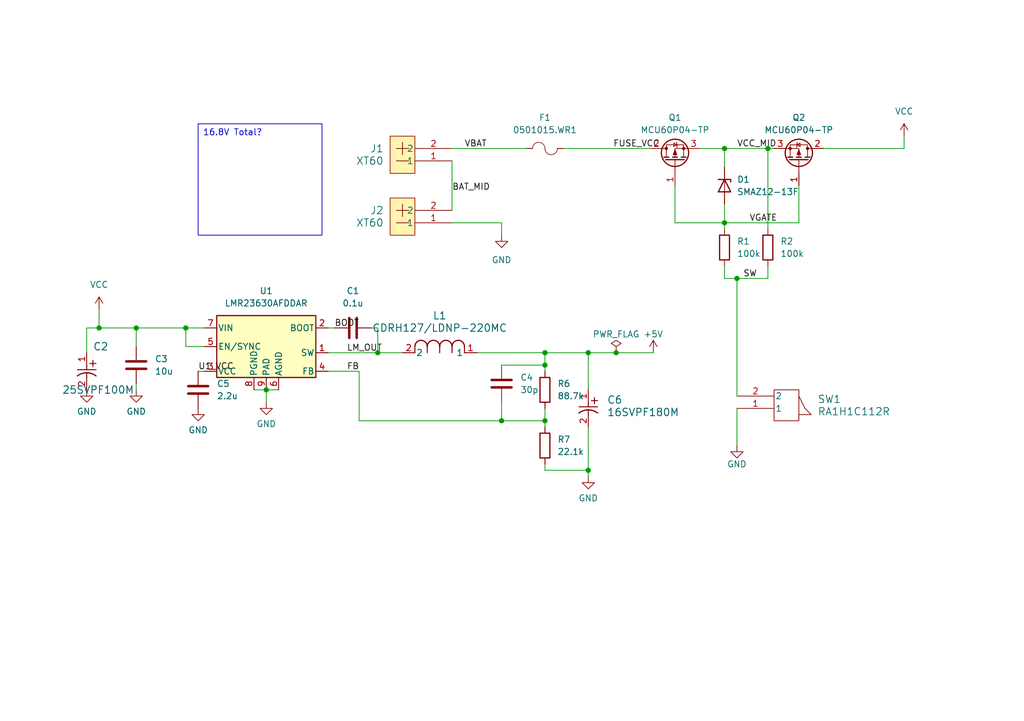
<source format=kicad_sch>
(kicad_sch (version 20230121) (generator eeschema)
  (paper "A5")
  (lib_symbols
    (symbol "power:+5V" (power) (pin_names (offset 0))
      (property "Value" "+5V" (at 0 3.556 0))
      (symbol "+5V_0_1"
        (polyline (pts (xy -0.762 1.27) (xy 0 2.54)))
        (polyline (pts (xy 0 0) (xy 0 2.54)))
        (polyline (pts (xy 0 2.54) (xy 0.762 1.27)))
      )
      (symbol "+5V_1_1"
        (pin power_in line (at 0 0 90) (length 0) hide (name "+5V") (number "1"))
      )
    )
    (symbol "power:GND" (power) (pin_names (offset 0))
      (property "Value" "GND" (at 0 -3.81 0))
      (symbol "GND_0_1"
        (polyline (pts (xy 0 0) (xy 0 -1.27) (xy 1.27 -1.27) (xy 0 -2.54) (xy -1.27 -1.27) (xy 0 -1.27)))
      )
      (symbol "GND_1_1"
        (pin power_in line (at 0 0 270) (length 0) hide (name "GND") (number "1"))
      )
    )
    (symbol "power:PWR_FLAG" (power) (pin_numbers hide) (pin_names (offset 0) hide)
      (property "Value" "PWR_FLAG" (at 0 3.81 0))
      (symbol "PWR_FLAG_0_0"
        (pin power_out line (at 0 0 90) (length 0) (name "pwr") (number "1"))
      )
      (symbol "PWR_FLAG_0_1"
        (polyline (pts (xy 0 0) (xy 0 1.27) (xy -1.016 1.905) (xy 0 2.54) (xy 1.016 1.905) (xy 0 1.27)))
      )
    )
    (symbol "power:VCC" (power) (pin_names (offset 0))
      (property "Value" "VCC" (at 0 3.81 0))
      (symbol "VCC_0_1"
        (polyline (pts (xy -0.762 1.27) (xy 0 2.54)))
        (polyline (pts (xy 0 0) (xy 0 2.54)))
        (polyline (pts (xy 0 2.54) (xy 0.762 1.27)))
      )
      (symbol "VCC_1_1"
        (pin power_in line (at 0 0 90) (length 0) hide (name "VCC") (number "1"))
      )
    )
    (symbol "thebots_symlib:16SVPF180M" (pin_names (offset 0.254))
      (property "Reference" "C" (at 15.24 -7.62 90))
      (property "Value" "16SVPF180M" (at 17.78 -7.62 90))
      (symbol "16SVPF180M_1_1"
        (polyline (pts (xy 1.5748 1.27) (xy 2.8448 1.27)) (stroke (width 0.2032)))
        (polyline (pts (xy 2.2098 0.635) (xy 2.2098 1.905)) (stroke (width 0.2032)))
        (polyline (pts (xy 2.54 0) (xy 3.4798 0)) (stroke (width 0.2032)))
        (polyline (pts (xy 3.4798 -1.905) (xy 3.4798 1.905)) (stroke (width 0.2032)))
        (polyline (pts (xy 4.1148 0) (xy 5.08 0)) (stroke (width 0.2032)))
        (arc (start 4.7541 1.9108) (mid 4.1148 0) (end 4.7541 -1.9108) (stroke (width 0.254)))
        (pin unspecified line (at 0 0 0) (length 2.54) (name "") (number "1"))
        (pin unspecified line (at 7.62 0 180) (length 2.54) (name "") (number "2"))
      )
      (symbol "16SVPF180M_1_2"
        (polyline (pts (xy -1.905 -3.4798) (xy 1.905 -3.4798)) (stroke (width 0.2032)))
        (polyline (pts (xy 0 -4.1148) (xy 0 -5.08)) (stroke (width 0.2032)))
        (polyline (pts (xy 0 -2.54) (xy 0 -3.4798)) (stroke (width 0.2032)))
        (polyline (pts (xy 0.635 -2.2098) (xy 1.905 -2.2098)) (stroke (width 0.2032)))
        (polyline (pts (xy 1.27 -1.5748) (xy 1.27 -2.8448)) (stroke (width 0.2032)))
        (arc (start 1.9108 -4.7541) (mid 0 -4.1148) (end -1.9108 -4.7541) (stroke (width 0.254)))
        (pin unspecified line (at 0 -7.62 90) (length 2.54) (name "") (number "1"))
        (pin unspecified line (at 0 0 270) (length 2.54) (name "") (number "2"))
      )
    )
    (symbol "thebots_symlib:25SVPF100M" (pin_names (offset 0.254))
      (property "Reference" "C" (at 15.875 -3.81 90))
      (property "Value" "25SVPF100M" (at 18.415 -4.445 90))
      (symbol "25SVPF100M_1_1"
        (polyline (pts (xy 1.5748 1.27) (xy 2.8448 1.27)) (stroke (width 0.2032)))
        (polyline (pts (xy 2.2098 0.635) (xy 2.2098 1.905)) (stroke (width 0.2032)))
        (polyline (pts (xy 2.54 0) (xy 3.4798 0)) (stroke (width 0.2032)))
        (polyline (pts (xy 3.4798 -1.905) (xy 3.4798 1.905)) (stroke (width 0.2032)))
        (polyline (pts (xy 4.1148 0) (xy 5.08 0)) (stroke (width 0.2032)))
        (arc (start 4.7541 1.9108) (mid 4.1148 0) (end 4.7541 -1.9108) (stroke (width 0.254)))
        (pin unspecified line (at 0 0 0) (length 2.54) (name "") (number "1"))
        (pin unspecified line (at 7.62 0 180) (length 2.54) (name "") (number "2"))
      )
      (symbol "25SVPF100M_1_2"
        (polyline (pts (xy -1.905 -3.4798) (xy 1.905 -3.4798)) (stroke (width 0.2032)))
        (polyline (pts (xy 0 -4.1148) (xy 0 -5.08)) (stroke (width 0.2032)))
        (polyline (pts (xy 0 -2.54) (xy 0 -3.4798)) (stroke (width 0.2032)))
        (polyline (pts (xy 0.635 -2.2098) (xy 1.905 -2.2098)) (stroke (width 0.2032)))
        (polyline (pts (xy 1.27 -1.5748) (xy 1.27 -2.8448)) (stroke (width 0.2032)))
        (arc (start 1.9108 -4.7541) (mid 0 -4.1148) (end -1.9108 -4.7541) (stroke (width 0.254)))
        (pin unspecified line (at 0 -7.62 90) (length 2.54) (name "") (number "1"))
        (pin unspecified line (at 0 0 270) (length 2.54) (name "") (number "2"))
      )
    )
    (symbol "thebots_symlib:CDRH127/LDNP-220MC" (pin_names (offset 0.254))
      (property "Reference" "L" (at 6.35 8.89 0))
      (property "Value" "CDRH127/LDNP-270MC" (at 6.985 6.35 0))
      (symbol "CDRH127/LDNP-220MC_1_1"
        (polyline (pts (xy 2.54 0) (xy 2.54 1.27)) (stroke (width 0.2032)))
        (polyline (pts (xy 5.08 0) (xy 5.08 1.27)) (stroke (width 0.2032)))
        (polyline (pts (xy 7.62 0) (xy 7.62 1.27)) (stroke (width 0.2032)))
        (polyline (pts (xy 10.16 0) (xy 10.16 1.27)) (stroke (width 0.2032)))
        (polyline (pts (xy 12.7 0) (xy 12.7 1.27)) (stroke (width 0.2032)))
        (arc (start 5.08 1.27) (mid 3.81 2.5345) (end 2.54 1.27) (stroke (width 0.254)))
        (arc (start 7.62 1.27) (mid 6.35 2.5345) (end 5.08 1.27) (stroke (width 0.254)))
        (arc (start 10.16 1.27) (mid 8.89 2.5345) (end 7.62 1.27) (stroke (width 0.254)))
        (arc (start 12.7 1.27) (mid 11.43 2.5345) (end 10.16 1.27) (stroke (width 0.254)))
        (pin unspecified line (at 15.24 0 180) (length 2.54) (name "1") (number "1"))
        (pin unspecified line (at 0 0 0) (length 2.54) (name "2") (number "2"))
      )
      (symbol "CDRH127/LDNP-220MC_1_2"
        (arc (start -1.27 5.08) (mid -2.5345 3.81) (end -1.27 2.54) (stroke (width 0.254)))
        (arc (start -1.27 7.62) (mid -2.5345 6.35) (end -1.27 5.08) (stroke (width 0.254)))
        (arc (start -1.27 10.16) (mid -2.5345 8.89) (end -1.27 7.62) (stroke (width 0.254)))
        (arc (start -1.27 12.7) (mid -2.5345 11.43) (end -1.27 10.16) (stroke (width 0.254)))
        (polyline (pts (xy 0 2.54) (xy -1.27 2.54)) (stroke (width 0.2032)))
        (polyline (pts (xy 0 5.08) (xy -1.27 5.08)) (stroke (width 0.2032)))
        (polyline (pts (xy 0 7.62) (xy -1.27 7.62)) (stroke (width 0.2032)))
        (polyline (pts (xy 0 10.16) (xy -1.27 10.16)) (stroke (width 0.2032)))
        (polyline (pts (xy 0 12.7) (xy -1.27 12.7)) (stroke (width 0.2032)))
        (pin unspecified line (at 0 15.24 270) (length 2.54) (name "1") (number "1"))
        (pin unspecified line (at 0 0 90) (length 2.54) (name "2") (number "2"))
      )
    )
    (symbol "thebots_symlib:C_0.1u" (pin_numbers hide) (pin_names (offset 0.254))
      (property "Reference" "C" (at 0.635 2.54 0))
      (property "Value" "0.1u" (at 0.635 -2.54 0))
      (symbol "C_0.1u_0_1"
        (polyline (pts (xy -2.032 -0.762) (xy 2.032 -0.762)) (stroke (width 0.508)))
        (polyline (pts (xy -2.032 0.762) (xy 2.032 0.762)) (stroke (width 0.508)))
      )
      (symbol "C_0.1u_1_1"
        (pin passive line (at 0 3.81 270) (length 2.794) (name "~") (number "1"))
        (pin passive line (at 0 -3.81 90) (length 2.794) (name "~") (number "2"))
      )
    )
    (symbol "thebots_symlib:C_10u" (pin_numbers hide) (pin_names (offset 0.254))
      (property "Reference" "C" (at 0.635 2.54 0))
      (property "Value" "10u" (at 0.635 -2.54 0))
      (symbol "C_10u_0_1"
        (polyline (pts (xy -2.032 -0.762) (xy 2.032 -0.762)) (stroke (width 0.508)))
        (polyline (pts (xy -2.032 0.762) (xy 2.032 0.762)) (stroke (width 0.508)))
      )
      (symbol "C_10u_1_1"
        (pin passive line (at 0 3.81 270) (length 2.794) (name "~") (number "1"))
        (pin passive line (at 0 -3.81 90) (length 2.794) (name "~") (number "2"))
      )
    )
    (symbol "thebots_symlib:C_2.2u_1206" (pin_numbers hide) (pin_names (offset 0.254))
      (property "Reference" "C" (at 3.81 1.27 0))
      (property "Value" "2.2u" (at 3.81 -1.27 0))
      (symbol "C_2.2u_1206_0_1"
        (polyline (pts (xy -2.032 -0.762) (xy 2.032 -0.762)) (stroke (width 0.508)))
        (polyline (pts (xy -2.032 0.762) (xy 2.032 0.762)) (stroke (width 0.508)))
      )
      (symbol "C_2.2u_1206_1_1"
        (pin passive line (at 0 3.81 270) (length 2.794) (name "~") (number "1"))
        (pin passive line (at 0 -3.81 90) (length 2.794) (name "~") (number "2"))
      )
    )
    (symbol "thebots_symlib:C_30p" (pin_numbers hide) (pin_names (offset 0.254))
      (property "Reference" "C" (at 0.635 2.54 0))
      (property "Value" "30p" (at 0.635 -2.54 0))
      (symbol "C_30p_0_1"
        (polyline (pts (xy -2.032 -0.762) (xy 2.032 -0.762)) (stroke (width 0.508)))
        (polyline (pts (xy -2.032 0.762) (xy 2.032 0.762)) (stroke (width 0.508)))
      )
      (symbol "C_30p_1_1"
        (pin passive line (at 0 3.81 270) (length 2.794) (name "~") (number "1"))
        (pin passive line (at 0 -3.81 90) (length 2.794) (name "~") (number "2"))
      )
    )
    (symbol "thebots_symlib:D_ZENER_SMAZ12-13F" (pin_numbers hide) (pin_names (offset 1.016) hide)
      (property "Reference" "D" (at 0 2.54 0))
      (property "Value" "SMAZ12-13F" (at 0 -2.54 0))
      (symbol "D_ZENER_SMAZ12-13F_0_1"
        (polyline (pts (xy 1.27 0) (xy -1.27 0)))
        (polyline (pts (xy -1.27 -1.27) (xy -1.27 1.27) (xy -0.762 1.27)) (stroke (width 0.254)))
        (polyline (pts (xy 1.27 -1.27) (xy 1.27 1.27) (xy -1.27 0) (xy 1.27 -1.27)) (stroke (width 0.254)))
      )
      (symbol "D_ZENER_SMAZ12-13F_1_1"
        (pin passive line (at -3.81 0 0) (length 2.54) (name "K") (number "1"))
        (pin passive line (at 3.81 0 180) (length 2.54) (name "A") (number "2"))
      )
    )
    (symbol "thebots_symlib:Fuse_0501015.WR1" (pin_numbers hide) (pin_names (offset 0))
      (property "Reference" "F" (at 0 2.032 0))
      (property "Value" "0501015.WR1" (at 0 -1.905 0))
      (symbol "Fuse_0501015.WR1_0_1"
        (arc (start 0 0) (mid -1.27 1.2645) (end -2.54 0) (stroke (width 0.127)))
        (polyline (pts (xy -3.81 0) (xy -2.54 0)) (stroke (width 0.127)))
        (polyline (pts (xy 2.54 0) (xy 3.81 0)) (stroke (width 0.127)))
        (arc (start 0 0) (mid 1.27 -1.2645) (end 2.54 0) (stroke (width 0.127)))
      )
      (symbol "Fuse_0501015.WR1_1_1"
        (pin passive line (at -3.81 0 0) (length 1.27) (name "~") (number "1"))
        (pin passive line (at 3.81 0 180) (length 1.27) (name "~") (number "2"))
      )
    )
    (symbol "thebots_symlib:LMR23630AFDDAR" (pin_names (offset 0.254))
      (property "Reference" "U" (at -2.54 8.89 0))
      (property "Value" "LMR23630AFDDAR" (at -7.62 11.43 0))
      (symbol "LMR23630AFDDAR_0_1"
        (rectangle (start -10.16 7.62) (end 10.16 -5.08) (stroke (width 0.254)) (fill (type background)))
      )
      (symbol "LMR23630AFDDAR_1_1"
        (pin output line (at 12.7 0 180) (length 2.54) (name "SW") (number "1"))
        (pin passive line (at 12.7 5.08 180) (length 2.54) (name "BOOT") (number "2"))
        (pin passive line (at -12.7 -3.81 0) (length 2.54) (name "VCC") (number "3"))
        (pin input line (at 12.7 -3.81 180) (length 2.54) (name "FB") (number "4"))
        (pin input line (at -12.7 1.27 0) (length 2.54) (name "EN/SYNC") (number "5"))
        (pin power_in line (at 2.54 -7.62 90) (length 2.54) (name "AGND") (number "6"))
        (pin power_in line (at -12.7 5.08 0) (length 2.54) (name "VIN") (number "7"))
        (pin power_in line (at -2.54 -7.62 90) (length 2.54) (name "PGND") (number "8"))
        (pin passive line (at 0 -7.62 90) (length 2.54) (name "PAD") (number "9"))
      )
    )
    (symbol "thebots_symlib:MCU60P04-TP" (pin_names hide)
      (property "Reference" "Q" (at 4.953 1.905 0))
      (property "Value" "MCU60P04-TP" (at 4.953 0 0))
      (symbol "MCU60P04-TP_0_1"
        (polyline (pts (xy 0.254 0) (xy -2.54 0)))
        (polyline (pts (xy 0.254 1.905) (xy 0.254 -1.905)) (stroke (width 0.254)))
        (polyline (pts (xy 0.762 -1.27) (xy 0.762 -2.286)) (stroke (width 0.254)))
        (polyline (pts (xy 0.762 0.508) (xy 0.762 -0.508)) (stroke (width 0.254)))
        (polyline (pts (xy 0.762 2.286) (xy 0.762 1.27)) (stroke (width 0.254)))
        (polyline (pts (xy 2.54 2.54) (xy 2.54 1.778)))
        (polyline (pts (xy 2.54 -2.54) (xy 2.54 0) (xy 0.762 0)))
        (polyline (pts (xy 0.762 1.778) (xy 3.302 1.778) (xy 3.302 -1.778) (xy 0.762 -1.778)))
        (polyline (pts (xy 2.286 0) (xy 1.27 0.381) (xy 1.27 -0.381) (xy 2.286 0)) (fill (type outline)))
        (polyline (pts (xy 2.794 -0.508) (xy 2.921 -0.381) (xy 3.683 -0.381) (xy 3.81 -0.254)))
        (polyline (pts (xy 3.302 -0.381) (xy 2.921 0.254) (xy 3.683 0.254) (xy 3.302 -0.381)))
        (circle (center 1.651 0) (radius 2.794) (stroke (width 0.254)))
        (circle (center 2.54 -1.778) (radius 0.254) (fill (type outline)))
        (circle (center 2.54 1.778) (radius 0.254) (fill (type outline)))
      )
      (symbol "MCU60P04-TP_1_1"
        (pin input line (at -5.08 0 0) (length 2.54) (name "G") (number "1"))
        (pin passive line (at 2.54 5.08 270) (length 2.54) (name "D") (number "2"))
        (pin passive line (at 2.54 -5.08 90) (length 2.54) (name "S") (number "3"))
      )
    )
    (symbol "thebots_symlib:RA1H1C112R" (pin_names (offset 0.254))
      (property "Reference" "SW" (at 1.27 8.89 0))
      (property "Value" "RA1H1C112R" (at 1.27 6.35 0))
      (symbol "RA1H1C112R_1_1"
        (polyline (pts (xy 3.81 1.27) (xy 5.08 -1.27)))
        (polyline (pts (xy 3.81 2.54) (xy 3.81 -3.81)))
        (polyline (pts (xy 5.08 -1.27) (xy 6.35 -2.54) (xy 3.81 -2.54)))
        (polyline (pts (xy 3.81 -3.81) (xy -1.27 -3.81) (xy -1.27 2.54) (xy 3.81 2.54)))
        (pin power_in line (at -8.89 -1.27 0) (length 7.62) (name "1") (number "1"))
        (pin power_in line (at -8.89 1.27 0) (length 7.62) (name "2") (number "2"))
      )
    )
    (symbol "thebots_symlib:R_100k" (pin_numbers hide) (pin_names (offset 0))
      (property "Reference" "R" (at 2.032 0 90))
      (property "Value" "100k" (at 0 0 90))
      (symbol "R_100k_0_1"
        (rectangle (start -1.016 -2.54) (end 1.016 2.54) (stroke (width 0.254)))
      )
      (symbol "R_100k_1_1"
        (pin passive line (at 0 3.81 270) (length 1.27) (name "~") (number "1"))
        (pin passive line (at 0 -3.81 90) (length 1.27) (name "~") (number "2"))
      )
    )
    (symbol "thebots_symlib:R_22.1k" (pin_numbers hide) (pin_names (offset 0))
      (property "Reference" "R" (at 2.032 0 90))
      (property "Value" "22.1k" (at 0 0 90))
      (symbol "R_22.1k_0_1"
        (rectangle (start -1.016 -2.54) (end 1.016 2.54) (stroke (width 0.254)))
      )
      (symbol "R_22.1k_1_1"
        (pin passive line (at 0 3.81 270) (length 1.27) (name "~") (number "1"))
        (pin passive line (at 0 -3.81 90) (length 1.27) (name "~") (number "2"))
      )
    )
    (symbol "thebots_symlib:R_88.7k" (pin_numbers hide) (pin_names (offset 0))
      (property "Reference" "R" (at 2.032 0 90))
      (property "Value" "88.7k" (at 0 0 90))
      (symbol "R_88.7k_0_1"
        (rectangle (start -1.016 -2.54) (end 1.016 2.54) (stroke (width 0.254)))
      )
      (symbol "R_88.7k_1_1"
        (pin passive line (at 0 3.81 270) (length 1.27) (name "~") (number "1"))
        (pin passive line (at 0 -3.81 90) (length 1.27) (name "~") (number "2"))
      )
    )
    (symbol "thebots_symlib:XT-60" (pin_names (offset 0.254))
      (property "Reference" "J" (at 1.27 8.89 0))
      (property "Value" "XT60" (at 1.27 6.35 0))
      (symbol "XT-60_0_1"
        (polyline (pts (xy 0 -1.27) (xy 2.54 -1.27)))
        (polyline (pts (xy 0 1.27) (xy 2.54 1.27)))
        (polyline (pts (xy 1.27 2.54) (xy 1.27 0)))
      )
      (symbol "XT-60_1_1"
        (rectangle (start -1.27 3.81) (end 3.81 -3.81) (fill (type color) (color 255 245 177 1)))
        (pin power_in line (at -8.89 -1.27 0) (length 7.62) (name "1") (number "1"))
        (pin power_in line (at -8.89 1.27 0) (length 7.62) (name "2") (number "2"))
      )
    )
  )
  (junction (at 38.1 67.31))
  (junction (at 148.59 45.72))
  (junction (at 111.76 72.39))
  (junction (at 111.76 74.93))
  (junction (at 126.365 72.39))
  (junction (at 54.61 80.01))
  (junction (at 77.47 72.39))
  (junction (at 120.65 96.52))
  (junction (at 27.94 67.31))
  (junction (at 120.65 72.39))
  (junction (at 157.48 30.48))
  (junction (at 148.59 30.48))
  (junction (at 102.87 86.36))
  (junction (at 20.32 67.31))
  (junction (at 151.13 57.15))
  (junction (at 111.76 86.36))
  (wire (pts (xy 41.91 71.12) (xy 38.1 71.12)))
  (wire (pts (xy 126.365 72.39) (xy 133.985 72.39)))
  (wire (pts (xy 54.61 80.01) (xy 54.61 82.55)))
  (wire (pts (xy 138.43 38.1) (xy 138.43 45.72)))
  (wire (pts (xy 111.76 74.93) (xy 111.76 76.2)))
  (wire (pts (xy 27.94 67.31) (xy 38.1 67.31)))
  (wire (pts (xy 111.76 95.25) (xy 111.76 96.52)))
  (wire (pts (xy 151.13 83.82) (xy 151.13 91.44)))
  (wire (pts (xy 77.47 67.31) (xy 77.47 72.39)))
  (wire (pts (xy 148.59 45.72) (xy 163.83 45.72)))
  (wire (pts (xy 111.76 83.82) (xy 111.76 86.36)))
  (wire (pts (xy 17.78 67.31) (xy 20.32 67.31)))
  (wire (pts (xy 111.76 86.36) (xy 111.76 87.63)))
  (wire (pts (xy 27.94 67.31) (xy 27.94 71.12)))
  (wire (pts (xy 77.47 72.39) (xy 82.55 72.39)))
  (wire (pts (xy 111.76 72.39) (xy 120.65 72.39)))
  (wire (pts (xy 17.78 67.31) (xy 17.78 72.39)))
  (wire (pts (xy 115.57 30.48) (xy 133.35 30.48)))
  (wire (pts (xy 54.61 80.01) (xy 57.15 80.01)))
  (wire (pts (xy 92.71 33.02) (xy 92.71 43.18)))
  (wire (pts (xy 148.59 54.61) (xy 148.59 57.15)))
  (wire (pts (xy 111.76 72.39) (xy 111.76 74.93)))
  (wire (pts (xy 120.65 80.01) (xy 120.65 72.39)))
  (wire (pts (xy 148.59 57.15) (xy 151.13 57.15)))
  (wire (pts (xy 163.83 38.1) (xy 163.83 45.72)))
  (wire (pts (xy 92.71 45.72) (xy 102.87 45.72)))
  (wire (pts (xy 157.48 57.15) (xy 157.48 54.61)))
  (wire (pts (xy 92.71 30.48) (xy 107.95 30.48)))
  (wire (pts (xy 38.1 67.31) (xy 41.91 67.31)))
  (wire (pts (xy 76.2 67.31) (xy 77.47 67.31)))
  (wire (pts (xy 38.1 71.12) (xy 38.1 67.31)))
  (wire (pts (xy 185.42 27.94) (xy 185.42 30.48)))
  (wire (pts (xy 157.48 30.48) (xy 157.48 46.99)))
  (wire (pts (xy 102.87 45.72) (xy 102.87 48.26)))
  (wire (pts (xy 157.48 30.48) (xy 158.75 30.48)))
  (wire (pts (xy 151.13 57.15) (xy 157.48 57.15)))
  (wire (pts (xy 27.94 78.74) (xy 27.94 80.01)))
  (wire (pts (xy 148.59 30.48) (xy 157.48 30.48)))
  (wire (pts (xy 102.87 74.93) (xy 111.76 74.93)))
  (wire (pts (xy 40.64 76.2) (xy 41.91 76.2)))
  (wire (pts (xy 138.43 45.72) (xy 148.59 45.72)))
  (wire (pts (xy 67.31 67.31) (xy 68.58 67.31)))
  (wire (pts (xy 151.13 57.15) (xy 151.13 81.28)))
  (wire (pts (xy 20.32 63.5) (xy 20.32 67.31)))
  (wire (pts (xy 73.66 76.2) (xy 73.66 86.36)))
  (wire (pts (xy 102.87 86.36) (xy 111.76 86.36)))
  (wire (pts (xy 148.59 45.72) (xy 148.59 46.99)))
  (wire (pts (xy 67.31 72.39) (xy 77.47 72.39)))
  (wire (pts (xy 97.79 72.39) (xy 111.76 72.39)))
  (wire (pts (xy 143.51 30.48) (xy 148.59 30.48)))
  (wire (pts (xy 148.59 41.91) (xy 148.59 45.72)))
  (wire (pts (xy 120.65 87.63) (xy 120.65 96.52)))
  (wire (pts (xy 20.32 67.31) (xy 27.94 67.31)))
  (wire (pts (xy 73.66 86.36) (xy 102.87 86.36)))
  (wire (pts (xy 168.91 30.48) (xy 185.42 30.48)))
  (wire (pts (xy 102.87 82.55) (xy 102.87 86.36)))
  (wire (pts (xy 148.59 30.48) (xy 148.59 34.29)))
  (wire (pts (xy 67.31 76.2) (xy 73.66 76.2)))
  (wire (pts (xy 52.07 80.01) (xy 54.61 80.01)))
  (wire (pts (xy 111.76 96.52) (xy 120.65 96.52)))
  (wire (pts (xy 120.65 72.39) (xy 126.365 72.39)))
  (wire (pts (xy 120.65 97.79) (xy 120.65 96.52)))
  (text_box "16.8V Total?" (at 40.64 25.4 0) (size 25.4 22.86) (effects (font (size 1.27 1.27)) (justify left top)))
  (label "FUSE_VCC" (at 125.73 30.48 0))
  (label "VGATE" (at 153.67 45.72 0))
  (label "SW" (at 152.4 57.15 0))
  (label "U1_VCC" (at 40.64 76.2 0))
  (label "BOOT" (at 68.58 67.31 0))
  (label "FB" (at 71.12 76.2 0))
  (label "VBAT" (at 95.25 30.48 0))
  (label "VCC_MID" (at 151.13 30.48 0))
  (label "LM_OUT" (at 71.12 72.39 0))
  (label "BAT_MID" (at 92.71 39.37 0))
  (symbol (lib_id "power:VCC") (at 185.42 27.94 0) (unit 1)
    (property "Reference" "#PWR01" (effects hide))
    (property "Value" "VCC" (at 185.42 22.86 0))
  )
  (symbol (lib_id "thebots_symlib:Fuse_0501015.WR1") (at 111.76 30.48 0) (unit 1)
    (property "Reference" "F1" (at 111.76 24.13 0))
    (property "Value" "0501015.WR1" (at 111.76 26.67 0))
    (property "Footprint" "bots:Fuse_1206_3216Metric" (effects hide))
    (property "MPN" "0501015.WR1" (effects hide))
    (property "Manufacturer" "Littelfuse" (effects hide))
    (property "Price" "0.0992" (effects hide))
    (property "JLC" "1206" (effects hide))
    (property "LCSC" "C410346" (effects hide))
    (property "JLC Extended" "yes" (effects hide))
  )
  (symbol (lib_id "thebots_symlib:C_2.2u_1206") (at 40.64 80.01 0) (unit 1)
    (property "Reference" "C5" (at 44.45 78.74 0) (effects (justify left)))
    (property "Value" "2.2u" (at 44.45 81.28 0) (effects (justify left)))
    (property "Footprint" "bots:C_1206_3216Metric" (effects hide))
    (property "JLC" "1206" (effects hide))
    (property "LCSC" "C50254" (effects hide))
  )
  (symbol (lib_id "thebots_symlib:25SVPF100M") (at 17.78 72.39 270) (unit 1)
    (property "Reference" "C2" (at 19.05 71.12 90) (effects (font (size 1.524 1.524)) (justify left)))
    (property "Value" "25SVPF100M" (at 12.7 80.01 90) (effects (font (size 1.524 1.524)) (justify left)))
    (property "Footprint" "bots:CAP_25SVPF100M" (effects hide))
    (property "Datasheet" "25SVPF100M" (effects hide))
    (property "LCSC" "C136279" (effects hide))
    (property "JLC Extended" "yes" (effects hide))
  )
  (symbol (lib_id "thebots_symlib:XT-60") (at 83.82 44.45 0) (mirror y) (unit 1)
    (property "Reference" "J2" (at 78.74 43.18 0) (effects (font (size 1.524 1.524)) (justify left)))
    (property "Value" "XT60" (at 78.74 45.72 0) (effects (font (size 1.524 1.524)) (justify left)))
    (property "Footprint" "bots:XT60_12-14AWG_POWER" (effects hide))
  )
  (symbol (lib_id "power:GND") (at 27.94 80.01 0) (unit 1)
    (property "Reference" "#PWR014" (effects hide))
    (property "Value" "GND" (at 27.94 84.455 0))
    (instances (project "midplate" (path "" (reference "#PWR014") (unit 1))) (project "FacePlate" (path "" (reference "#PWR047") (unit 1))))
  )
  (symbol (lib_id "thebots_symlib:C_0.1u") (at 72.39 67.31 90) (unit 1)
    (property "Reference" "C1" (at 72.39 59.69 90))
    (property "Value" "0.1u" (at 72.39 62.23 90))
    (property "Footprint" "bots:C_0603_1608Metric" (effects hide))
    (property "MPN" "CC0603KRX7R9BB104" (effects hide))
    (property "Manufacturer" "YAGEO" (effects hide))
    (property "Price" "0.0021" (effects hide))
    (property "JLC" "0603" (effects hide))
    (property "LCSC" "C14663" (effects hide))
    (property "JLC Extended" "no" (effects hide))
  )
  (symbol (lib_id "power:PWR_FLAG") (at 126.365 72.39 0) (unit 1)
    (property "Reference" "#FLG01" (effects hide))
    (property "Value" "PWR_FLAG" (at 126.365 68.58 0))
    (instances (project "midplate" (path "" (reference "#FLG01") (unit 1))) (project "FacePlate" (path "" (reference "#FLG04") (unit 1))))
  )
  (symbol (lib_id "thebots_symlib:16SVPF180M") (at 120.65 80.01 270) (unit 1)
    (property "Reference" "C6" (at 124.46 82.0674 90) (effects (font (size 1.524 1.524)) (justify left)))
    (property "Value" "16SVPF180M" (at 124.46 84.6074 90) (effects (font (size 1.524 1.524)) (justify left)))
    (property "Footprint" "bots:CAP_16SVPF180M" (effects hide))
    (property "Datasheet" "16SVPF180M" (effects hide))
    (property "LCSC" "C136277" (effects hide))
  )
  (symbol (lib_id "thebots_symlib:XT-60") (at 83.82 31.75 0) (mirror y) (unit 1)
    (property "Reference" "J1" (at 78.74 30.48 0) (effects (font (size 1.524 1.524)) (justify left)))
    (property "Value" "XT60" (at 78.74 33.02 0) (effects (font (size 1.524 1.524)) (justify left)))
    (property "Footprint" "bots:XT60_12-14AWG_POWER" (effects hide))
  )
  (symbol (lib_id "power:GND") (at 40.64 83.82 0) (unit 1)
    (property "Reference" "#PWR016" (effects hide))
    (property "Value" "GND" (at 40.64 88.265 0))
    (instances (project "midplate" (path "" (reference "#PWR016") (unit 1))) (project "FacePlate" (path "" (reference "#PWR044") (unit 1))))
  )
  (symbol (lib_id "power:GND") (at 151.13 91.44 0) (unit 1)
    (property "Reference" "#PWR017" (effects hide))
    (property "Value" "GND" (at 151.13 95.25 0))
  )
  (symbol (lib_id "power:GND") (at 120.65 97.79 0) (unit 1)
    (property "Reference" "#PWR018" (effects hide))
    (property "Value" "GND" (at 120.65 102.235 0))
    (instances (project "midplate" (path "" (reference "#PWR018") (unit 1))) (project "FacePlate" (path "" (reference "#PWR042") (unit 1))))
  )
  (symbol (lib_id "thebots_symlib:CDRH127/LDNP-220MC") (at 82.55 72.39 0) (unit 1)
    (property "Reference" "L1" (at 90.17 64.77 0) (effects (font (size 1.524 1.524))))
    (property "Value" "CDRH127/LDNP-220MC" (at 90.17 67.31 0) (effects (font (size 1.524 1.524))))
    (property "Footprint" "bots:IND_CDRH127&slash_LDNP-470MC_SUM" (effects hide))
    (property "LCSC" "C879420" (effects hide))
  )
  (symbol (lib_id "thebots_symlib:C_30p") (at 102.87 78.74 0) (unit 1)
    (property "Reference" "C4" (at 106.68 77.47 0) (effects (justify left)))
    (property "Value" "30p" (at 106.68 80.01 0) (effects (justify left)))
    (property "Footprint" "bots:C_0603_1608Metric" (effects hide))
    (property "MPN" "CC0603JRNPO9BN270" (effects hide))
    (property "Manufacturer" "YAGEO" (effects hide))
    (property "Price" "0.0027" (effects hide))
    (property "JLC" "0603" (effects hide))
    (property "LCSC" "C107045" (effects hide))
  )
  (symbol (lib_id "power:VCC") (at 20.32 63.5 0) (unit 1)
    (property "Reference" "#PWR03" (effects hide))
    (property "Value" "VCC" (at 20.32 58.42 0))
  )
  (symbol (lib_id "thebots_symlib:R_100k") (at 148.59 50.8 0) (unit 1)
    (property "Reference" "R1" (at 151.13 49.53 0) (effects (justify left)))
    (property "Value" "100k" (at 151.13 52.07 0) (effects (justify left)))
    (property "Footprint" "bots:R_0603_1608Metric" (effects hide))
    (property "MPN" "0603WAF1003T5E" (effects hide))
    (property "Manufacturer" "UNI-ROYAL(Uniroyal Elec)" (effects hide))
    (property "Price" "0.0009" (effects hide))
    (property "JLC" "0603" (effects hide))
    (property "LCSC" "C25803" (effects hide))
    (property "JLC Extended" "no" (effects hide))
  )
  (symbol (lib_id "thebots_symlib:D_ZENER_SMAZ12-13F") (at 148.59 38.1 270) (unit 1)
    (property "Reference" "D1" (at 151.13 36.83 90) (effects (justify left)))
    (property "Value" "SMAZ12-13F" (at 151.13 39.37 90) (effects (justify left)))
    (property "Footprint" "bots:D_SMB" (effects hide))
    (property "MPN" "SMAZ12-13F" (effects hide))
    (property "Manufacturer" "Micro Commercial Co" (effects hide))
    (property "Price" "0.63" (effects hide))
    (property "LCSC" "C260227" (effects hide))
  )
  (symbol (lib_id "thebots_symlib:RA1H1C112R") (at 160.02 82.55 0) (unit 1)
    (property "Reference" "SW1" (at 167.64 81.915 0) (effects (font (size 1.524 1.524)) (justify left)))
    (property "Value" "RA1H1C112R" (at 167.64 84.455 0) (effects (font (size 1.524 1.524)) (justify left)))
    (property "Footprint" "bots:SW_RA1H1C112R" (effects hide))
  )
  (symbol (lib_id "thebots_symlib:MCU60P04-TP") (at 163.83 33.02 270) (mirror x) (unit 1)
    (property "Reference" "Q2" (at 163.83 24.13 90))
    (property "Value" "MCU60P04-TP" (at 163.83 26.67 90))
    (property "Footprint" "bots:DPAK-3_ONS" (effects hide))
    (property "Datasheet" "https://www.vishay.com/docs/69253/sud19p06.pdf" (effects hide))
    (property "LCSC" "C130101" (effects hide))
  )
  (symbol (lib_id "thebots_symlib:C_10u") (at 27.94 74.93 0) (unit 1)
    (property "Reference" "C3" (at 31.75 73.66 0) (effects (justify left)))
    (property "Value" "10u" (at 31.75 76.2 0) (effects (justify left)))
    (property "Footprint" "bots:C_0805_2012Metric" (effects hide))
    (property "MPN" "GRM21BR61H106KE43L" (effects hide))
    (property "Manufacturer" "Murata" (effects hide))
    (property "Price" "0.0645" (effects hide))
    (property "JLC" "0805" (effects hide))
    (property "LCSC" "C440198" (effects hide))
    (property "JLC Extended" "no" (effects hide))
  )
  (symbol (lib_id "thebots_symlib:MCU60P04-TP") (at 138.43 33.02 90) (unit 1)
    (property "Reference" "Q1" (at 138.43 24.13 90))
    (property "Value" "MCU60P04-TP" (at 138.43 26.67 90))
    (property "Footprint" "bots:DPAK-3_ONS" (effects hide))
    (property "Datasheet" "https://www.vishay.com/docs/69253/sud19p06.pdf" (effects hide))
    (property "LCSC" "C130101" (effects hide))
  )
  (symbol (lib_id "thebots_symlib:R_22.1k") (at 111.76 91.44 0) (unit 1)
    (property "Reference" "R7" (at 114.3 90.17 0) (effects (justify left)))
    (property "Value" "22.1k" (at 114.3 92.71 0) (effects (justify left)))
    (property "Footprint" "bots:R_0603_1608Metric" (effects hide))
    (property "MPN" "0603WAF4752T5E" (effects hide))
    (property "Manufacturer" "UNI-ROYAL(Uniroyal Elec)" (effects hide))
    (property "Price" "0.0009" (effects hide))
    (property "JLC" "0603" (effects hide))
    (property "LCSC" "C23061" (effects hide))
  )
  (symbol (lib_id "power:+5V") (at 133.985 72.39 0) (unit 1)
    (property "Reference" "#PWR012" (effects hide))
    (property "Value" "+5V" (at 133.985 68.58 0))
    (instances (project "midplate" (path "" (reference "#PWR012") (unit 1))) (project "FacePlate" (path "" (reference "#PWR043") (unit 1))))
  )
  (symbol (lib_id "power:GND") (at 17.78 80.01 0) (unit 1)
    (property "Reference" "#PWR013" (effects hide))
    (property "Value" "GND" (at 17.78 84.455 0))
    (instances (project "midplate" (path "" (reference "#PWR013") (unit 1))) (project "FacePlate" (path "" (reference "#PWR040") (unit 1))))
  )
  (symbol (lib_id "power:GND") (at 102.87 48.26 0) (unit 1)
    (property "Reference" "#PWR02" (effects hide))
    (property "Value" "GND" (at 102.87 53.34 0))
  )
  (symbol (lib_id "thebots_symlib:LMR23630AFDDAR") (at 54.61 72.39 0) (unit 1)
    (property "Reference" "U1" (at 54.61 59.69 0))
    (property "Value" "LMR23630AFDDAR" (at 54.61 62.23 0))
    (property "Footprint" "bots:TI_SO-PowerPAD-8_ThermalVias" (effects hide))
    (property "Datasheet" "http://www.ti.com/lit/ds/symlink/lm2576.pdf" (effects hide))
    (property "MPN" "LMR23630AFDDAR" (effects hide))
    (property "JLC" "SO-8" (effects hide))
    (property "LCSC" "C601653" (effects hide))
  )
  (symbol (lib_id "thebots_symlib:R_88.7k") (at 111.76 80.01 0) (unit 1)
    (property "Reference" "R6" (at 114.3 78.74 0) (effects (justify left)))
    (property "Value" "88.7k" (at 114.3 81.28 0) (effects (justify left)))
    (property "Footprint" "bots:R_0603_1608Metric" (effects hide))
    (property "MPN" "0603WAF4752T5E" (effects hide))
    (property "Manufacturer" "UNI-ROYAL(Uniroyal Elec)" (effects hide))
    (property "Price" "0.0009" (effects hide))
    (property "JLC" "0603" (effects hide))
    (property "LCSC" "C23061" (effects hide))
  )
  (symbol (lib_id "thebots_symlib:R_100k") (at 157.48 50.8 0) (unit 1)
    (property "Reference" "R2" (at 160.02 49.53 0) (effects (justify left)))
    (property "Value" "100k" (at 160.02 52.07 0) (effects (justify left)))
    (property "Footprint" "bots:R_0603_1608Metric" (effects hide))
    (property "MPN" "0603WAF1003T5E" (effects hide))
    (property "Manufacturer" "UNI-ROYAL(Uniroyal Elec)" (effects hide))
    (property "Price" "0.0009" (effects hide))
    (property "JLC" "0603" (effects hide))
    (property "LCSC" "C25803" (effects hide))
    (property "JLC Extended" "no" (effects hide))
  )
  (symbol (lib_id "power:GND") (at 54.61 82.55 0) (unit 1)
    (property "Reference" "#PWR015" (effects hide))
    (property "Value" "GND" (at 54.61 86.995 0))
    (instances (project "midplate" (path "" (reference "#PWR015") (unit 1))) (project "FacePlate" (path "" (reference "#PWR046") (unit 1))))
  )
)
</source>
